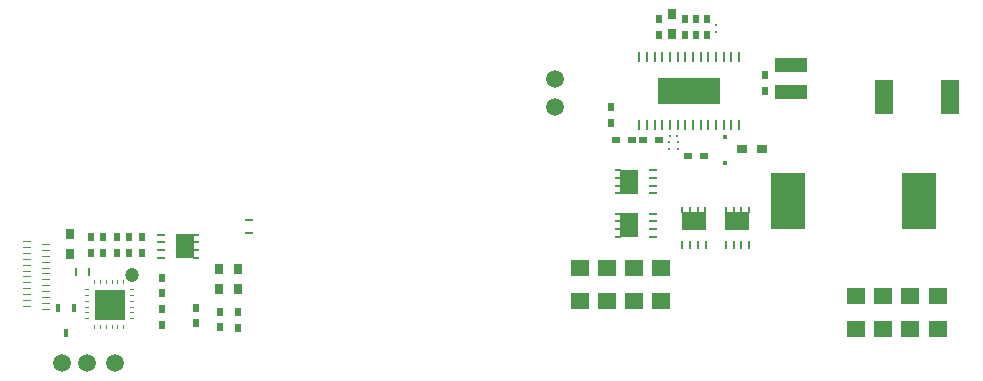
<source format=gbr>
G04 DipTrace 3.3.0.1*
G04 TopPaste.gbr*
%MOIN*%
G04 #@! TF.FileFunction,Paste,Top*
G04 #@! TF.Part,Single*
%ADD44C,0.059055*%
%ADD45C,0.047244*%
%ADD65R,0.027559X0.002756*%
%ADD67R,0.023622X0.002756*%
%ADD69R,0.098425X0.098425*%
%ADD71R,0.001969X0.015748*%
%ADD73R,0.015748X0.001969*%
%ADD75R,0.208661X0.090551*%
%ADD77R,0.007874X0.033465*%
%ADD83R,0.062992X0.11811*%
%ADD85R,0.008268X0.006693*%
%ADD87R,0.080118X0.060039*%
%ADD89R,0.008071X0.031102*%
%ADD91R,0.008071X0.022047*%
%ADD93R,0.060039X0.080118*%
%ADD95R,0.031102X0.008071*%
%ADD97R,0.022047X0.008071*%
%ADD99R,0.110236X0.051181*%
%ADD101R,0.114173X0.188976*%
%ADD103R,0.027559X0.007874*%
%ADD105R,0.007874X0.027559*%
%ADD107R,0.011811X0.025591*%
%ADD109R,0.015748X0.015748*%
%ADD111R,0.031496X0.035433*%
%ADD113R,0.006693X0.008268*%
%ADD115R,0.035433X0.031496*%
%ADD117R,0.027559X0.019685*%
%ADD119R,0.019685X0.027559*%
%ADD121R,0.062992X0.055118*%
%FSLAX26Y26*%
G04*
G70*
G90*
G75*
G01*
G04 TopPaste*
%LPD*%
D121*
X3443307Y809399D3*
Y919635D3*
X3533858Y809399D3*
Y919635D3*
X3624412Y809399D3*
Y919635D3*
X3714961Y809399D3*
Y919635D3*
X2522049Y903887D3*
Y1014123D3*
X2612597Y903887D3*
Y1014123D3*
X2703150Y903887D3*
Y1014123D3*
X2793701Y903887D3*
Y1014123D3*
D119*
X3140157Y1655856D3*
Y1604675D3*
X2945276Y1842864D3*
Y1791682D3*
X2787008D3*
Y1842864D3*
D117*
X2884646Y1388139D3*
X2935827D3*
D115*
X3128346Y1411761D3*
X3061417D3*
D117*
X2644094Y1439320D3*
X2695276D3*
D119*
X2624803Y1498375D3*
Y1549556D3*
D113*
X2846850Y1455068D3*
X2822441D3*
D111*
X823228Y1128297D3*
Y1061367D3*
D119*
X1128346Y825147D3*
Y876328D3*
X978740Y1065304D3*
Y1116486D3*
X931496Y1065304D3*
Y1116486D3*
D109*
X3006299Y1364517D3*
Y1451131D3*
D107*
X835039Y880265D3*
X783853D3*
X809446Y797588D3*
D105*
X842913Y1002312D3*
X886220D3*
D103*
X1419685Y1130265D3*
Y1173572D3*
D111*
X1382283Y943257D3*
Y1010186D3*
X1321260Y943257D3*
Y1010186D3*
D101*
X3216929Y1236564D3*
X3653937D3*
D99*
X3226772Y1691289D3*
Y1601131D3*
D97*
X2650000Y1195226D3*
Y1169241D3*
Y1143257D3*
Y1117274D3*
D95*
X2766929Y1195245D3*
Y1169261D3*
Y1143297D3*
Y1117294D3*
D93*
X2686535Y1156171D3*
D91*
X2941339Y1207037D3*
X2915354D3*
X2889370D3*
X2863387D3*
D89*
X2941358Y1090108D3*
X2915374D3*
X2889409D3*
X2863407D3*
D87*
X2902283Y1170501D3*
D97*
X2650000Y1340895D3*
Y1314911D3*
Y1288927D3*
Y1262944D3*
D95*
X2766929Y1340915D3*
Y1314930D3*
Y1288966D3*
Y1262963D3*
D93*
X2686535Y1301840D3*
D91*
X3087008Y1207037D3*
X3061024D3*
X3035039D3*
X3009056D3*
D89*
X3087028Y1090108D3*
X3061043D3*
X3035079D3*
X3009076D3*
D87*
X3047953Y1170501D3*
D97*
X1244488Y1047588D3*
Y1073572D3*
Y1099556D3*
Y1125539D3*
D95*
X1127559Y1047568D3*
Y1073552D3*
Y1099517D3*
Y1125520D3*
D93*
X1207953Y1086643D3*
D85*
X2976772Y1825147D3*
Y1800738D3*
D111*
X2830709Y1794438D3*
Y1861367D3*
D83*
X3535827Y1583021D3*
X3756299D3*
D117*
X2785827Y1439320D3*
X2734646D3*
D119*
X2872047Y1791289D3*
Y1842470D3*
X2909449D3*
Y1791289D3*
D85*
X2821260Y1409793D3*
Y1434202D3*
X2848819Y1409793D3*
Y1434202D3*
D119*
X1018110Y1065304D3*
Y1116486D3*
X1063386Y1065304D3*
Y1116486D3*
X1128346Y929478D3*
Y980659D3*
X1244488Y829084D3*
Y880265D3*
X894094Y1116486D3*
Y1065304D3*
X1382283Y866486D3*
Y815304D3*
X1323228Y817273D3*
Y868454D3*
D44*
X2439814Y1643209D3*
X2439812Y1549458D3*
X795669Y697194D3*
D45*
X1029921Y990501D3*
D44*
X972835Y697194D3*
X880315D3*
D77*
X3053543Y1718848D3*
X3027953D3*
X3002362D3*
X2976772D3*
X2951181D3*
X2925591D3*
X2900000D3*
X2874409D3*
X2848819D3*
X2823228D3*
X2797638D3*
X2772047D3*
X2746457D3*
X2720866D3*
Y1490501D3*
X2746457D3*
X2772047D3*
X2797638D3*
X2823228D3*
X2848819D3*
X2874409D3*
X2900000D3*
X2925591D3*
X2951181D3*
X2976772D3*
X3002362D3*
X3027953D3*
X3053543D3*
D75*
X2887205Y1604675D3*
D73*
X880315Y941289D3*
Y921604D3*
Y901919D3*
Y882234D3*
Y862549D3*
Y842864D3*
D71*
X905906Y817273D3*
X925591D3*
X945276D3*
X964961D3*
X984646D3*
X1004331D3*
D73*
X1029921Y842864D3*
Y862549D3*
Y882234D3*
Y901919D3*
Y921604D3*
Y941289D3*
D71*
X1004331Y966879D3*
X984646D3*
X964961D3*
X945276D3*
X925591D3*
X905906D3*
D69*
X955118Y892076D3*
D67*
X679528Y1100738D3*
Y1081052D3*
Y1061367D3*
Y1041682D3*
Y1021997D3*
Y1002312D3*
Y982627D3*
Y962942D3*
Y943257D3*
Y923572D3*
Y903887D3*
Y884202D3*
D65*
X742520Y1090895D3*
Y1071210D3*
Y1051525D3*
Y1031840D3*
Y1012155D3*
Y992470D3*
Y972785D3*
Y953100D3*
Y933415D3*
Y913730D3*
Y894045D3*
Y874360D3*
M02*

</source>
